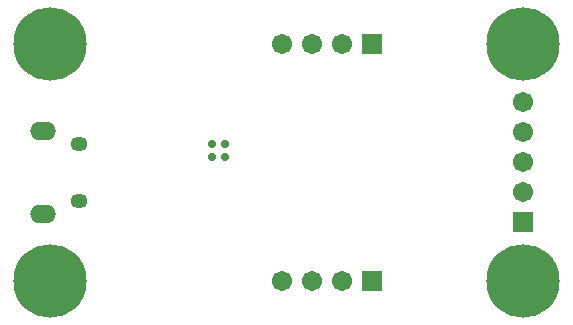
<source format=gbs>
G04*
G04 #@! TF.GenerationSoftware,Altium Limited,Altium Designer,18.1.9 (240)*
G04*
G04 Layer_Color=16711935*
%FSLAX25Y25*%
%MOIN*%
G70*
G01*
G75*
%ADD42O,0.08674X0.06115*%
%ADD43O,0.05721X0.04934*%
%ADD44C,0.06706*%
%ADD45R,0.06706X0.06706*%
%ADD46R,0.06706X0.06706*%
%ADD47C,0.24422*%
%ADD48C,0.02769*%
%ADD49C,0.03200*%
D42*
X-2406Y22171D02*
D03*
Y49829D02*
D03*
D43*
X9406Y26453D02*
D03*
Y45547D02*
D03*
D44*
X77126Y-31D02*
D03*
X87126D02*
D03*
X97126D02*
D03*
X77126Y78969D02*
D03*
X87126D02*
D03*
X97126D02*
D03*
X157480Y59469D02*
D03*
Y49469D02*
D03*
Y39469D02*
D03*
Y29469D02*
D03*
D45*
X107126Y-31D02*
D03*
Y78969D02*
D03*
D46*
X157480Y19469D02*
D03*
D47*
Y0D02*
D03*
X-0Y78740D02*
D03*
X157480D02*
D03*
X-0Y0D02*
D03*
D48*
X53937Y41339D02*
D03*
Y45669D02*
D03*
X58268Y41339D02*
D03*
Y45669D02*
D03*
D49*
X-0Y87740D02*
D03*
X-6364Y85104D02*
D03*
X-9000Y78740D02*
D03*
X-6364Y72376D02*
D03*
X-0Y69740D02*
D03*
X6364Y72376D02*
D03*
X9000Y78740D02*
D03*
X6364Y85104D02*
D03*
X163844D02*
D03*
X166480Y78740D02*
D03*
X163844Y72376D02*
D03*
X157480Y69740D02*
D03*
X151116Y72376D02*
D03*
X148480Y78740D02*
D03*
X151116Y85104D02*
D03*
X157480Y87740D02*
D03*
Y9000D02*
D03*
X151116Y6364D02*
D03*
X148480Y0D02*
D03*
X151116Y-6364D02*
D03*
X157480Y-9000D02*
D03*
X163844Y-6364D02*
D03*
X166480Y0D02*
D03*
X163844Y6364D02*
D03*
X6364D02*
D03*
X9000Y0D02*
D03*
X6364Y-6364D02*
D03*
X-0Y-9000D02*
D03*
X-6364Y-6364D02*
D03*
X-9000Y0D02*
D03*
X-6364Y6364D02*
D03*
X-0Y9000D02*
D03*
M02*

</source>
